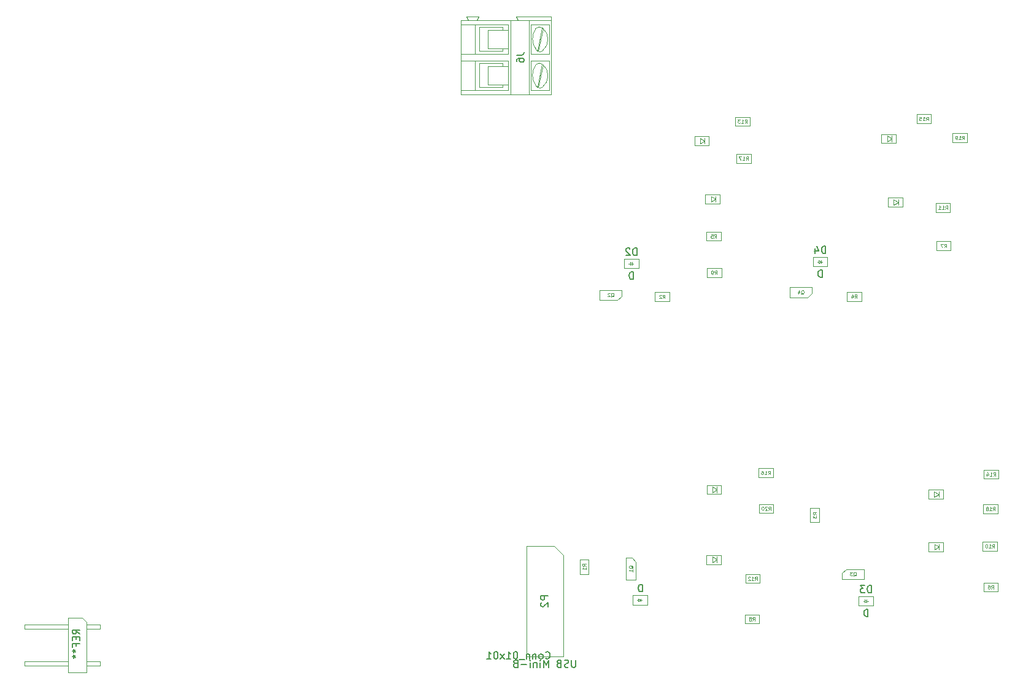
<source format=gbr>
G04 #@! TF.FileFunction,Other,Fab,Bot*
%FSLAX46Y46*%
G04 Gerber Fmt 4.6, Leading zero omitted, Abs format (unit mm)*
G04 Created by KiCad (PCBNEW 4.0.7-e2-6376~61~ubuntu18.04.1) date Mon Nov 26 07:37:29 2018*
%MOMM*%
%LPD*%
G01*
G04 APERTURE LIST*
%ADD10C,0.100000*%
%ADD11C,0.150000*%
%ADD12C,0.075000*%
G04 APERTURE END LIST*
D10*
X119625000Y-123290000D02*
X117720000Y-123290000D01*
X117720000Y-123290000D02*
X117720000Y-130790000D01*
X117720000Y-130833800D02*
X120260000Y-130833800D01*
X120260000Y-130790000D02*
X120260000Y-123925000D01*
X120260000Y-123925000D02*
X119625000Y-123290000D01*
X122080000Y-124240000D02*
X120260000Y-124240000D01*
X122080000Y-124240000D02*
X122080000Y-124880000D01*
X122080000Y-124880000D02*
X120260000Y-124880000D01*
X117720000Y-124240000D02*
X111720000Y-124240000D01*
X111720000Y-124240000D02*
X111720000Y-124880000D01*
X117720000Y-124880000D02*
X111720000Y-124880000D01*
X122080000Y-129320000D02*
X120260000Y-129320000D01*
X122080000Y-129320000D02*
X122080000Y-129960000D01*
X122080000Y-129960000D02*
X120260000Y-129960000D01*
X117720000Y-129320000D02*
X111720000Y-129320000D01*
X111720000Y-129320000D02*
X111720000Y-129960000D01*
X117720000Y-129960000D02*
X111720000Y-129960000D01*
X184740000Y-113400000D02*
X180930000Y-113400000D01*
X180930000Y-113400000D02*
X180930000Y-128640000D01*
X180930000Y-128640000D02*
X186010000Y-128640000D01*
X186010000Y-128640000D02*
X186010000Y-114670000D01*
X186010000Y-114670000D02*
X184740000Y-113400000D01*
X175600200Y-49749500D02*
X175600200Y-47209500D01*
X175600200Y-47209500D02*
X178390200Y-47209500D01*
X178390200Y-49749500D02*
X178390200Y-47209500D01*
X175600200Y-49749500D02*
X178390200Y-49749500D01*
X175600200Y-44749500D02*
X175600200Y-42209500D01*
X175600200Y-42209500D02*
X178390200Y-42209500D01*
X178390200Y-44749500D02*
X178390200Y-42209500D01*
X175600200Y-44749500D02*
X178390200Y-44749500D01*
X184360200Y-40879500D02*
X181310200Y-40879500D01*
X184360200Y-40879500D02*
X184360200Y-51069500D01*
X184360200Y-40879500D02*
X184360200Y-40379500D01*
X184360200Y-40379500D02*
X179540200Y-40379500D01*
X179540200Y-40379500D02*
X179790200Y-40879500D01*
X172680200Y-40379500D02*
X172930200Y-40879500D01*
X172930200Y-40879500D02*
X171920200Y-40879500D01*
X174330200Y-40379500D02*
X174080200Y-40879500D01*
X174080200Y-40879500D02*
X172930200Y-40879500D01*
X174330200Y-40379500D02*
X172680200Y-40379500D01*
X171920200Y-45509500D02*
X173820200Y-45509500D01*
X178390200Y-41439500D02*
X173820200Y-41439500D01*
X171920200Y-45509500D02*
X171920200Y-41439500D01*
X171920200Y-41439500D02*
X171920200Y-40879500D01*
X171920200Y-46449500D02*
X173820200Y-46449500D01*
X171920200Y-46449500D02*
X171920200Y-45509500D01*
X178390200Y-50509500D02*
X173820200Y-50509500D01*
X171920200Y-51069500D02*
X171920200Y-50509500D01*
X171920200Y-50509500D02*
X171920200Y-46449500D01*
X173820200Y-45509500D02*
X173820200Y-41439500D01*
X173820200Y-45509500D02*
X178390200Y-45509500D01*
X173820200Y-41439500D02*
X171920200Y-41439500D01*
X173820200Y-46449500D02*
X173820200Y-50509500D01*
X173820200Y-46449500D02*
X178390200Y-46449500D01*
X173820200Y-50509500D02*
X171920200Y-50509500D01*
X174460200Y-41819500D02*
X177630200Y-41819500D01*
X174460200Y-41819500D02*
X174460200Y-45129500D01*
X174460200Y-45129500D02*
X177630200Y-45129500D01*
X174460200Y-46829500D02*
X177630200Y-46829500D01*
X174460200Y-46829500D02*
X174460200Y-50129500D01*
X174460200Y-50129500D02*
X177630200Y-50129500D01*
X177630200Y-50129500D02*
X177630200Y-49749500D01*
X177630200Y-46829500D02*
X177630200Y-47209500D01*
X177630200Y-45129500D02*
X177630200Y-44749500D01*
X177630200Y-41819500D02*
X177630200Y-42209500D01*
X171920200Y-51069500D02*
X178780200Y-51069500D01*
X178780200Y-51069500D02*
X181310200Y-51069500D01*
X179790200Y-40879500D02*
X178780200Y-40879500D01*
X178780200Y-40879500D02*
X174080200Y-40879500D01*
X181310200Y-51069500D02*
X181310200Y-40879500D01*
X181310200Y-51069500D02*
X184360200Y-51069500D01*
X181310200Y-40879500D02*
X179790200Y-40879500D01*
X181570200Y-45509500D02*
X184110200Y-45509500D01*
X184110200Y-45509500D02*
X184110200Y-41439500D01*
X184110200Y-41439500D02*
X181570200Y-41439500D01*
X181570200Y-41439500D02*
X181570200Y-45509500D01*
X181570200Y-46449500D02*
X184110200Y-46449500D01*
X181570200Y-46449500D02*
X181570200Y-50509500D01*
X181570200Y-50509500D02*
X184110200Y-50509500D01*
X184110200Y-46449500D02*
X184110200Y-50509500D01*
X182590200Y-45099500D02*
X183220200Y-42049500D01*
X182460200Y-44969500D02*
X183090200Y-41929500D01*
X182590200Y-50109500D02*
X183220200Y-47049500D01*
X182460200Y-49979500D02*
X183090200Y-46929500D01*
X178390200Y-50509500D02*
X178390200Y-50129500D01*
X178390200Y-46449500D02*
X178390200Y-46829500D01*
X178390200Y-46829500D02*
X178390200Y-50129500D01*
X178780200Y-51069500D02*
X178780200Y-50129500D01*
X178780200Y-50129500D02*
X178780200Y-46829500D01*
X178780200Y-46829500D02*
X178780200Y-45129500D01*
X178780200Y-40879500D02*
X178780200Y-41819500D01*
X178780200Y-41819500D02*
X178780200Y-45129500D01*
X178390200Y-41439500D02*
X178390200Y-41819500D01*
X178390200Y-45509500D02*
X178390200Y-45129500D01*
X178390200Y-45129500D02*
X178390200Y-41819500D01*
X182216205Y-42003968D02*
G75*
G02X183190200Y-41949500I513995J-455532D01*
G01*
X182308463Y-44941833D02*
G75*
G02X182260200Y-41959500I1901737J1522333D01*
G01*
X183201887Y-41951261D02*
G75*
G02X183140200Y-45099500I-1351687J-1548239D01*
G01*
X183198899Y-45052472D02*
G75*
G02X182270200Y-44909500I-408699J432972D01*
G01*
X182226204Y-47003880D02*
G75*
G02X183190200Y-46959500I503996J-455620D01*
G01*
X182298782Y-49949329D02*
G75*
G02X182260200Y-46959500I1911418J1519829D01*
G01*
X183211734Y-46949524D02*
G75*
G02X183140200Y-50109500I-1361534J-1549976D01*
G01*
X183198899Y-50052472D02*
G75*
G02X182270200Y-49909500I-408699J432972D01*
G01*
X196053780Y-115588640D02*
X196053780Y-118038640D01*
X195503780Y-115018640D02*
X194653780Y-115018640D01*
X196053780Y-115588640D02*
X195503780Y-115018640D01*
X194653780Y-115018640D02*
X194653780Y-118058640D01*
X196053780Y-118058640D02*
X194653780Y-118058640D01*
X225050000Y-116600000D02*
X227500000Y-116600000D01*
X224480000Y-117150000D02*
X224480000Y-118000000D01*
X225050000Y-116600000D02*
X224480000Y-117150000D01*
X224480000Y-118000000D02*
X227520000Y-118000000D01*
X227520000Y-116600000D02*
X227520000Y-118000000D01*
X193507240Y-79473920D02*
X191057240Y-79473920D01*
X194077240Y-78923920D02*
X194077240Y-78073920D01*
X193507240Y-79473920D02*
X194077240Y-78923920D01*
X194077240Y-78073920D02*
X191037240Y-78073920D01*
X191037240Y-79473920D02*
X191037240Y-78073920D01*
X219737820Y-79090380D02*
X217287820Y-79090380D01*
X220307820Y-78540380D02*
X220307820Y-77690380D01*
X219737820Y-79090380D02*
X220307820Y-78540380D01*
X220307820Y-77690380D02*
X217267820Y-77690380D01*
X217267820Y-79090380D02*
X217267820Y-77690380D01*
X196393300Y-120869340D02*
X196193300Y-120869340D01*
X196693300Y-120869340D02*
X196893300Y-120869340D01*
X196693300Y-120669340D02*
X196693300Y-121069340D01*
X196393300Y-121069340D02*
X196393300Y-120669340D01*
X196693300Y-120869340D02*
X196393300Y-121069340D01*
X196393300Y-120669340D02*
X196693300Y-120869340D01*
X197593300Y-121519340D02*
X197593300Y-120219340D01*
X195593300Y-121519340D02*
X197593300Y-121519340D01*
X195593300Y-120219340D02*
X195593300Y-121519340D01*
X197593300Y-120219340D02*
X195593300Y-120219340D01*
X195222360Y-74453380D02*
X195022360Y-74453380D01*
X195522360Y-74453380D02*
X195722360Y-74453380D01*
X195522360Y-74253380D02*
X195522360Y-74653380D01*
X195222360Y-74653380D02*
X195222360Y-74253380D01*
X195522360Y-74453380D02*
X195222360Y-74653380D01*
X195222360Y-74253380D02*
X195522360Y-74453380D01*
X196422360Y-75103380D02*
X196422360Y-73803380D01*
X194422360Y-75103380D02*
X196422360Y-75103380D01*
X194422360Y-73803380D02*
X194422360Y-75103380D01*
X196422360Y-73803380D02*
X194422360Y-73803380D01*
X227597200Y-121009040D02*
X227397200Y-121009040D01*
X227897200Y-121009040D02*
X228097200Y-121009040D01*
X227897200Y-120809040D02*
X227897200Y-121209040D01*
X227597200Y-121209040D02*
X227597200Y-120809040D01*
X227897200Y-121009040D02*
X227597200Y-121209040D01*
X227597200Y-120809040D02*
X227897200Y-121009040D01*
X228797200Y-121659040D02*
X228797200Y-120359040D01*
X226797200Y-121659040D02*
X228797200Y-121659040D01*
X226797200Y-120359040D02*
X226797200Y-121659040D01*
X228797200Y-120359040D02*
X226797200Y-120359040D01*
X221272600Y-74189220D02*
X221072600Y-74189220D01*
X221572600Y-74189220D02*
X221772600Y-74189220D01*
X221572600Y-73989220D02*
X221572600Y-74389220D01*
X221272600Y-74389220D02*
X221272600Y-73989220D01*
X221572600Y-74189220D02*
X221272600Y-74389220D01*
X221272600Y-73989220D02*
X221572600Y-74189220D01*
X222472600Y-74839220D02*
X222472600Y-73539220D01*
X220472600Y-74839220D02*
X222472600Y-74839220D01*
X220472600Y-73539220D02*
X220472600Y-74839220D01*
X222472600Y-73539220D02*
X220472600Y-73539220D01*
X207200000Y-114900000D02*
X207200000Y-115700000D01*
X207200000Y-115300000D02*
X206600000Y-114900000D01*
X206600000Y-115700000D02*
X207200000Y-115300000D01*
X206600000Y-114900000D02*
X206600000Y-115700000D01*
X207800000Y-115920000D02*
X207800000Y-114680000D01*
X205800000Y-115920000D02*
X207800000Y-115920000D01*
X205800000Y-114680000D02*
X205800000Y-115920000D01*
X207800000Y-114680000D02*
X205800000Y-114680000D01*
X207018680Y-65135440D02*
X207018680Y-65935440D01*
X207018680Y-65535440D02*
X206418680Y-65135440D01*
X206418680Y-65935440D02*
X207018680Y-65535440D01*
X206418680Y-65135440D02*
X206418680Y-65935440D01*
X207618680Y-66155440D02*
X207618680Y-64915440D01*
X205618680Y-66155440D02*
X207618680Y-66155440D01*
X205618680Y-64915440D02*
X205618680Y-66155440D01*
X207618680Y-64915440D02*
X205618680Y-64915440D01*
X237851740Y-113138900D02*
X237851740Y-113938900D01*
X237851740Y-113538900D02*
X237251740Y-113138900D01*
X237251740Y-113938900D02*
X237851740Y-113538900D01*
X237251740Y-113138900D02*
X237251740Y-113938900D01*
X238451740Y-114158900D02*
X238451740Y-112918900D01*
X236451740Y-114158900D02*
X238451740Y-114158900D01*
X236451740Y-112918900D02*
X236451740Y-114158900D01*
X238451740Y-112918900D02*
X236451740Y-112918900D01*
X232220560Y-65582480D02*
X232220560Y-66382480D01*
X232220560Y-65982480D02*
X231620560Y-65582480D01*
X231620560Y-66382480D02*
X232220560Y-65982480D01*
X231620560Y-65582480D02*
X231620560Y-66382480D01*
X232820560Y-66602480D02*
X232820560Y-65362480D01*
X230820560Y-66602480D02*
X232820560Y-66602480D01*
X230820560Y-65362480D02*
X230820560Y-66602480D01*
X232820560Y-65362480D02*
X230820560Y-65362480D01*
X207229500Y-105224260D02*
X207229500Y-106024260D01*
X207229500Y-105624260D02*
X206629500Y-105224260D01*
X206629500Y-106024260D02*
X207229500Y-105624260D01*
X206629500Y-105224260D02*
X206629500Y-106024260D01*
X207829500Y-106244260D02*
X207829500Y-105004260D01*
X205829500Y-106244260D02*
X207829500Y-106244260D01*
X205829500Y-105004260D02*
X205829500Y-106244260D01*
X207829500Y-105004260D02*
X205829500Y-105004260D01*
X205515000Y-57119200D02*
X205515000Y-57919200D01*
X205515000Y-57519200D02*
X204915000Y-57119200D01*
X204915000Y-57919200D02*
X205515000Y-57519200D01*
X204915000Y-57119200D02*
X204915000Y-57919200D01*
X206115000Y-58139200D02*
X206115000Y-56899200D01*
X204115000Y-58139200D02*
X206115000Y-58139200D01*
X204115000Y-56899200D02*
X204115000Y-58139200D01*
X206115000Y-56899200D02*
X204115000Y-56899200D01*
X237811100Y-105869420D02*
X237811100Y-106669420D01*
X237811100Y-106269420D02*
X237211100Y-105869420D01*
X237211100Y-106669420D02*
X237811100Y-106269420D01*
X237211100Y-105869420D02*
X237211100Y-106669420D01*
X238411100Y-106889420D02*
X238411100Y-105649420D01*
X236411100Y-106889420D02*
X238411100Y-106889420D01*
X236411100Y-105649420D02*
X236411100Y-106889420D01*
X238411100Y-105649420D02*
X236411100Y-105649420D01*
X231326480Y-56809320D02*
X231326480Y-57609320D01*
X231326480Y-57209320D02*
X230726480Y-56809320D01*
X230726480Y-57609320D02*
X231326480Y-57209320D01*
X230726480Y-56809320D02*
X230726480Y-57609320D01*
X231926480Y-57829320D02*
X231926480Y-56589320D01*
X229926480Y-57829320D02*
X231926480Y-57829320D01*
X229926480Y-56589320D02*
X229926480Y-57829320D01*
X231926480Y-56589320D02*
X229926480Y-56589320D01*
X207786320Y-71296400D02*
X207786320Y-70056400D01*
X205786320Y-71296400D02*
X207786320Y-71296400D01*
X205786320Y-70056400D02*
X205786320Y-71296400D01*
X207786320Y-70056400D02*
X205786320Y-70056400D01*
X243893940Y-112824920D02*
X243893940Y-114064920D01*
X245893940Y-112824920D02*
X243893940Y-112824920D01*
X245893940Y-114064920D02*
X245893940Y-112824920D01*
X243893940Y-114064920D02*
X245893940Y-114064920D01*
X211150800Y-117302940D02*
X211150800Y-118542940D01*
X213150800Y-117302940D02*
X211150800Y-117302940D01*
X213150800Y-118542940D02*
X213150800Y-117302940D01*
X211150800Y-118542940D02*
X213150800Y-118542940D01*
X237414400Y-66119400D02*
X237414400Y-67359400D01*
X239414400Y-66119400D02*
X237414400Y-66119400D01*
X239414400Y-67359400D02*
X239414400Y-66119400D01*
X237414400Y-67359400D02*
X239414400Y-67359400D01*
X207842200Y-76325600D02*
X207842200Y-75085600D01*
X205842200Y-76325600D02*
X207842200Y-76325600D01*
X205842200Y-75085600D02*
X205842200Y-76325600D01*
X207842200Y-75085600D02*
X205842200Y-75085600D01*
X244003160Y-118466260D02*
X244003160Y-119706260D01*
X246003160Y-118466260D02*
X244003160Y-118466260D01*
X246003160Y-119706260D02*
X246003160Y-118466260D01*
X244003160Y-119706260D02*
X246003160Y-119706260D01*
X211066980Y-122890940D02*
X211066980Y-124130940D01*
X213066980Y-122890940D02*
X211066980Y-122890940D01*
X213066980Y-124130940D02*
X213066980Y-122890940D01*
X211066980Y-124130940D02*
X213066980Y-124130940D01*
X237490600Y-71377200D02*
X237490600Y-72617200D01*
X239490600Y-71377200D02*
X237490600Y-71377200D01*
X239490600Y-72617200D02*
X239490600Y-71377200D01*
X237490600Y-72617200D02*
X239490600Y-72617200D01*
X209900000Y-59330000D02*
X209900000Y-60570000D01*
X211900000Y-59330000D02*
X209900000Y-59330000D01*
X211900000Y-60570000D02*
X211900000Y-59330000D01*
X209900000Y-60570000D02*
X211900000Y-60570000D01*
X244041260Y-102883360D02*
X244041260Y-104123360D01*
X246041260Y-102883360D02*
X244041260Y-102883360D01*
X246041260Y-104123360D02*
X246041260Y-102883360D01*
X244041260Y-104123360D02*
X246041260Y-104123360D01*
X239750000Y-56480000D02*
X239750000Y-57720000D01*
X241750000Y-56480000D02*
X239750000Y-56480000D01*
X241750000Y-57720000D02*
X241750000Y-56480000D01*
X239750000Y-57720000D02*
X241750000Y-57720000D01*
X209750000Y-54205000D02*
X209750000Y-55445000D01*
X211750000Y-54205000D02*
X209750000Y-54205000D01*
X211750000Y-55445000D02*
X211750000Y-54205000D01*
X209750000Y-55445000D02*
X211750000Y-55445000D01*
X243965060Y-107683960D02*
X243965060Y-108923960D01*
X245965060Y-107683960D02*
X243965060Y-107683960D01*
X245965060Y-108923960D02*
X245965060Y-107683960D01*
X243965060Y-108923960D02*
X245965060Y-108923960D01*
X213025000Y-107630000D02*
X213025000Y-108870000D01*
X215025000Y-107630000D02*
X213025000Y-107630000D01*
X215025000Y-108870000D02*
X215025000Y-107630000D01*
X213025000Y-108870000D02*
X215025000Y-108870000D01*
X236775000Y-55095000D02*
X236775000Y-53855000D01*
X234775000Y-55095000D02*
X236775000Y-55095000D01*
X234775000Y-53855000D02*
X234775000Y-55095000D01*
X236775000Y-53855000D02*
X234775000Y-53855000D01*
X189524720Y-115274480D02*
X188284720Y-115274480D01*
X189524720Y-117274480D02*
X189524720Y-115274480D01*
X188284720Y-117274480D02*
X189524720Y-117274480D01*
X188284720Y-115274480D02*
X188284720Y-117274480D01*
X221348380Y-108149780D02*
X220108380Y-108149780D01*
X221348380Y-110149780D02*
X221348380Y-108149780D01*
X220108380Y-110149780D02*
X221348380Y-110149780D01*
X220108380Y-108149780D02*
X220108380Y-110149780D01*
X200661620Y-79650460D02*
X200661620Y-78410460D01*
X198661620Y-79650460D02*
X200661620Y-79650460D01*
X198661620Y-78410460D02*
X198661620Y-79650460D01*
X200661620Y-78410460D02*
X198661620Y-78410460D01*
X227146200Y-79602200D02*
X227146200Y-78362200D01*
X225146200Y-79602200D02*
X227146200Y-79602200D01*
X225146200Y-78362200D02*
X225146200Y-79602200D01*
X227146200Y-78362200D02*
X225146200Y-78362200D01*
X212954200Y-102705560D02*
X212954200Y-103945560D01*
X214954200Y-102705560D02*
X212954200Y-102705560D01*
X214954200Y-103945560D02*
X214954200Y-102705560D01*
X212954200Y-103945560D02*
X214954200Y-103945560D01*
D11*
X119316781Y-125563467D02*
X118840590Y-125230133D01*
X119316781Y-124992038D02*
X118316781Y-124992038D01*
X118316781Y-125372991D01*
X118364400Y-125468229D01*
X118412019Y-125515848D01*
X118507257Y-125563467D01*
X118650114Y-125563467D01*
X118745352Y-125515848D01*
X118792971Y-125468229D01*
X118840590Y-125372991D01*
X118840590Y-124992038D01*
X118792971Y-125992038D02*
X118792971Y-126325372D01*
X119316781Y-126468229D02*
X119316781Y-125992038D01*
X118316781Y-125992038D01*
X118316781Y-126468229D01*
X118792971Y-127230134D02*
X118792971Y-126896800D01*
X119316781Y-126896800D02*
X118316781Y-126896800D01*
X118316781Y-127372991D01*
X118316781Y-127896800D02*
X118554876Y-127896800D01*
X118459638Y-127658705D02*
X118554876Y-127896800D01*
X118459638Y-128134896D01*
X118745352Y-127753943D02*
X118554876Y-127896800D01*
X118745352Y-128039658D01*
X118316781Y-128658705D02*
X118554876Y-128658705D01*
X118459638Y-128420610D02*
X118554876Y-128658705D01*
X118459638Y-128896801D01*
X118745352Y-128515848D02*
X118554876Y-128658705D01*
X118745352Y-128801563D01*
X183578095Y-128907143D02*
X183625714Y-128954762D01*
X183768571Y-129002381D01*
X183863809Y-129002381D01*
X184006667Y-128954762D01*
X184101905Y-128859524D01*
X184149524Y-128764286D01*
X184197143Y-128573810D01*
X184197143Y-128430952D01*
X184149524Y-128240476D01*
X184101905Y-128145238D01*
X184006667Y-128050000D01*
X183863809Y-128002381D01*
X183768571Y-128002381D01*
X183625714Y-128050000D01*
X183578095Y-128097619D01*
X183006667Y-129002381D02*
X183101905Y-128954762D01*
X183149524Y-128907143D01*
X183197143Y-128811905D01*
X183197143Y-128526190D01*
X183149524Y-128430952D01*
X183101905Y-128383333D01*
X183006667Y-128335714D01*
X182863809Y-128335714D01*
X182768571Y-128383333D01*
X182720952Y-128430952D01*
X182673333Y-128526190D01*
X182673333Y-128811905D01*
X182720952Y-128907143D01*
X182768571Y-128954762D01*
X182863809Y-129002381D01*
X183006667Y-129002381D01*
X182244762Y-128335714D02*
X182244762Y-129002381D01*
X182244762Y-128430952D02*
X182197143Y-128383333D01*
X182101905Y-128335714D01*
X181959047Y-128335714D01*
X181863809Y-128383333D01*
X181816190Y-128478571D01*
X181816190Y-129002381D01*
X181340000Y-128335714D02*
X181340000Y-129002381D01*
X181340000Y-128430952D02*
X181292381Y-128383333D01*
X181197143Y-128335714D01*
X181054285Y-128335714D01*
X180959047Y-128383333D01*
X180911428Y-128478571D01*
X180911428Y-129002381D01*
X180673333Y-129097619D02*
X179911428Y-129097619D01*
X179482857Y-128002381D02*
X179387618Y-128002381D01*
X179292380Y-128050000D01*
X179244761Y-128097619D01*
X179197142Y-128192857D01*
X179149523Y-128383333D01*
X179149523Y-128621429D01*
X179197142Y-128811905D01*
X179244761Y-128907143D01*
X179292380Y-128954762D01*
X179387618Y-129002381D01*
X179482857Y-129002381D01*
X179578095Y-128954762D01*
X179625714Y-128907143D01*
X179673333Y-128811905D01*
X179720952Y-128621429D01*
X179720952Y-128383333D01*
X179673333Y-128192857D01*
X179625714Y-128097619D01*
X179578095Y-128050000D01*
X179482857Y-128002381D01*
X178197142Y-129002381D02*
X178768571Y-129002381D01*
X178482857Y-129002381D02*
X178482857Y-128002381D01*
X178578095Y-128145238D01*
X178673333Y-128240476D01*
X178768571Y-128288095D01*
X177863809Y-129002381D02*
X177339999Y-128335714D01*
X177863809Y-128335714D02*
X177339999Y-129002381D01*
X176768571Y-128002381D02*
X176673332Y-128002381D01*
X176578094Y-128050000D01*
X176530475Y-128097619D01*
X176482856Y-128192857D01*
X176435237Y-128383333D01*
X176435237Y-128621429D01*
X176482856Y-128811905D01*
X176530475Y-128907143D01*
X176578094Y-128954762D01*
X176673332Y-129002381D01*
X176768571Y-129002381D01*
X176863809Y-128954762D01*
X176911428Y-128907143D01*
X176959047Y-128811905D01*
X177006666Y-128621429D01*
X177006666Y-128383333D01*
X176959047Y-128192857D01*
X176911428Y-128097619D01*
X176863809Y-128050000D01*
X176768571Y-128002381D01*
X175482856Y-129002381D02*
X176054285Y-129002381D01*
X175768571Y-129002381D02*
X175768571Y-128002381D01*
X175863809Y-128145238D01*
X175959047Y-128240476D01*
X176054285Y-128288095D01*
X187731904Y-129152381D02*
X187731904Y-129961905D01*
X187684285Y-130057143D01*
X187636666Y-130104762D01*
X187541428Y-130152381D01*
X187350951Y-130152381D01*
X187255713Y-130104762D01*
X187208094Y-130057143D01*
X187160475Y-129961905D01*
X187160475Y-129152381D01*
X186731904Y-130104762D02*
X186589047Y-130152381D01*
X186350951Y-130152381D01*
X186255713Y-130104762D01*
X186208094Y-130057143D01*
X186160475Y-129961905D01*
X186160475Y-129866667D01*
X186208094Y-129771429D01*
X186255713Y-129723810D01*
X186350951Y-129676190D01*
X186541428Y-129628571D01*
X186636666Y-129580952D01*
X186684285Y-129533333D01*
X186731904Y-129438095D01*
X186731904Y-129342857D01*
X186684285Y-129247619D01*
X186636666Y-129200000D01*
X186541428Y-129152381D01*
X186303332Y-129152381D01*
X186160475Y-129200000D01*
X185398570Y-129628571D02*
X185255713Y-129676190D01*
X185208094Y-129723810D01*
X185160475Y-129819048D01*
X185160475Y-129961905D01*
X185208094Y-130057143D01*
X185255713Y-130104762D01*
X185350951Y-130152381D01*
X185731904Y-130152381D01*
X185731904Y-129152381D01*
X185398570Y-129152381D01*
X185303332Y-129200000D01*
X185255713Y-129247619D01*
X185208094Y-129342857D01*
X185208094Y-129438095D01*
X185255713Y-129533333D01*
X185303332Y-129580952D01*
X185398570Y-129628571D01*
X185731904Y-129628571D01*
X183969999Y-130152381D02*
X183969999Y-129152381D01*
X183636665Y-129866667D01*
X183303332Y-129152381D01*
X183303332Y-130152381D01*
X182827142Y-130152381D02*
X182827142Y-129485714D01*
X182827142Y-129152381D02*
X182874761Y-129200000D01*
X182827142Y-129247619D01*
X182779523Y-129200000D01*
X182827142Y-129152381D01*
X182827142Y-129247619D01*
X182350952Y-129485714D02*
X182350952Y-130152381D01*
X182350952Y-129580952D02*
X182303333Y-129533333D01*
X182208095Y-129485714D01*
X182065237Y-129485714D01*
X181969999Y-129533333D01*
X181922380Y-129628571D01*
X181922380Y-130152381D01*
X181446190Y-130152381D02*
X181446190Y-129485714D01*
X181446190Y-129152381D02*
X181493809Y-129200000D01*
X181446190Y-129247619D01*
X181398571Y-129200000D01*
X181446190Y-129152381D01*
X181446190Y-129247619D01*
X180970000Y-129771429D02*
X180208095Y-129771429D01*
X179398571Y-129628571D02*
X179255714Y-129676190D01*
X179208095Y-129723810D01*
X179160476Y-129819048D01*
X179160476Y-129961905D01*
X179208095Y-130057143D01*
X179255714Y-130104762D01*
X179350952Y-130152381D01*
X179731905Y-130152381D01*
X179731905Y-129152381D01*
X179398571Y-129152381D01*
X179303333Y-129200000D01*
X179255714Y-129247619D01*
X179208095Y-129342857D01*
X179208095Y-129438095D01*
X179255714Y-129533333D01*
X179303333Y-129580952D01*
X179398571Y-129628571D01*
X179731905Y-129628571D01*
X183922381Y-120281905D02*
X182922381Y-120281905D01*
X182922381Y-120662858D01*
X182970000Y-120758096D01*
X183017619Y-120805715D01*
X183112857Y-120853334D01*
X183255714Y-120853334D01*
X183350952Y-120805715D01*
X183398571Y-120758096D01*
X183446190Y-120662858D01*
X183446190Y-120281905D01*
X183017619Y-121234286D02*
X182970000Y-121281905D01*
X182922381Y-121377143D01*
X182922381Y-121615239D01*
X182970000Y-121710477D01*
X183017619Y-121758096D01*
X183112857Y-121805715D01*
X183208095Y-121805715D01*
X183350952Y-121758096D01*
X183922381Y-121186667D01*
X183922381Y-121805715D01*
X179592581Y-45656167D02*
X180306867Y-45656167D01*
X180449724Y-45608547D01*
X180544962Y-45513309D01*
X180592581Y-45370452D01*
X180592581Y-45275214D01*
X179592581Y-46560929D02*
X179592581Y-46370452D01*
X179640200Y-46275214D01*
X179687819Y-46227595D01*
X179830676Y-46132357D01*
X180021152Y-46084738D01*
X180402105Y-46084738D01*
X180497343Y-46132357D01*
X180544962Y-46179976D01*
X180592581Y-46275214D01*
X180592581Y-46465691D01*
X180544962Y-46560929D01*
X180497343Y-46608548D01*
X180402105Y-46656167D01*
X180164010Y-46656167D01*
X180068771Y-46608548D01*
X180021152Y-46560929D01*
X179973533Y-46465691D01*
X179973533Y-46275214D01*
X180021152Y-46179976D01*
X180068771Y-46132357D01*
X180164010Y-46084738D01*
D12*
X195627590Y-116491021D02*
X195603780Y-116443402D01*
X195556161Y-116395783D01*
X195484732Y-116324354D01*
X195460923Y-116276735D01*
X195460923Y-116229116D01*
X195579970Y-116252926D02*
X195556161Y-116205307D01*
X195508542Y-116157688D01*
X195413304Y-116133878D01*
X195246637Y-116133878D01*
X195151399Y-116157688D01*
X195103780Y-116205307D01*
X195079970Y-116252926D01*
X195079970Y-116348164D01*
X195103780Y-116395783D01*
X195151399Y-116443402D01*
X195246637Y-116467211D01*
X195413304Y-116467211D01*
X195508542Y-116443402D01*
X195556161Y-116395783D01*
X195579970Y-116348164D01*
X195579970Y-116252926D01*
X195579970Y-116943402D02*
X195579970Y-116657688D01*
X195579970Y-116800545D02*
X195079970Y-116800545D01*
X195151399Y-116752926D01*
X195199018Y-116705307D01*
X195222828Y-116657688D01*
X226047619Y-117573810D02*
X226095238Y-117550000D01*
X226142857Y-117502381D01*
X226214286Y-117430952D01*
X226261905Y-117407143D01*
X226309524Y-117407143D01*
X226285714Y-117526190D02*
X226333333Y-117502381D01*
X226380952Y-117454762D01*
X226404762Y-117359524D01*
X226404762Y-117192857D01*
X226380952Y-117097619D01*
X226333333Y-117050000D01*
X226285714Y-117026190D01*
X226190476Y-117026190D01*
X226142857Y-117050000D01*
X226095238Y-117097619D01*
X226071429Y-117192857D01*
X226071429Y-117359524D01*
X226095238Y-117454762D01*
X226142857Y-117502381D01*
X226190476Y-117526190D01*
X226285714Y-117526190D01*
X225904761Y-117026190D02*
X225595238Y-117026190D01*
X225761904Y-117216667D01*
X225690476Y-117216667D01*
X225642857Y-117240476D01*
X225619047Y-117264286D01*
X225595238Y-117311905D01*
X225595238Y-117430952D01*
X225619047Y-117478571D01*
X225642857Y-117502381D01*
X225690476Y-117526190D01*
X225833333Y-117526190D01*
X225880952Y-117502381D01*
X225904761Y-117478571D01*
X192604859Y-79047730D02*
X192652478Y-79023920D01*
X192700097Y-78976301D01*
X192771526Y-78904872D01*
X192819145Y-78881063D01*
X192866764Y-78881063D01*
X192842954Y-79000110D02*
X192890573Y-78976301D01*
X192938192Y-78928682D01*
X192962002Y-78833444D01*
X192962002Y-78666777D01*
X192938192Y-78571539D01*
X192890573Y-78523920D01*
X192842954Y-78500110D01*
X192747716Y-78500110D01*
X192700097Y-78523920D01*
X192652478Y-78571539D01*
X192628669Y-78666777D01*
X192628669Y-78833444D01*
X192652478Y-78928682D01*
X192700097Y-78976301D01*
X192747716Y-79000110D01*
X192842954Y-79000110D01*
X192438192Y-78547730D02*
X192414382Y-78523920D01*
X192366763Y-78500110D01*
X192247716Y-78500110D01*
X192200097Y-78523920D01*
X192176287Y-78547730D01*
X192152478Y-78595349D01*
X192152478Y-78642968D01*
X192176287Y-78714396D01*
X192462001Y-79000110D01*
X192152478Y-79000110D01*
X218835439Y-78664190D02*
X218883058Y-78640380D01*
X218930677Y-78592761D01*
X219002106Y-78521332D01*
X219049725Y-78497523D01*
X219097344Y-78497523D01*
X219073534Y-78616570D02*
X219121153Y-78592761D01*
X219168772Y-78545142D01*
X219192582Y-78449904D01*
X219192582Y-78283237D01*
X219168772Y-78187999D01*
X219121153Y-78140380D01*
X219073534Y-78116570D01*
X218978296Y-78116570D01*
X218930677Y-78140380D01*
X218883058Y-78187999D01*
X218859249Y-78283237D01*
X218859249Y-78449904D01*
X218883058Y-78545142D01*
X218930677Y-78592761D01*
X218978296Y-78616570D01*
X219073534Y-78616570D01*
X218430677Y-78283237D02*
X218430677Y-78616570D01*
X218549724Y-78092761D02*
X218668772Y-78449904D01*
X218359248Y-78449904D01*
D11*
X196931905Y-119722381D02*
X196931905Y-118722381D01*
X196693810Y-118722381D01*
X196550952Y-118770000D01*
X196455714Y-118865238D01*
X196408095Y-118960476D01*
X196360476Y-119150952D01*
X196360476Y-119293810D01*
X196408095Y-119484286D01*
X196455714Y-119579524D01*
X196550952Y-119674762D01*
X196693810Y-119722381D01*
X196931905Y-119722381D01*
X195684265Y-76605761D02*
X195684265Y-75605761D01*
X195446170Y-75605761D01*
X195303312Y-75653380D01*
X195208074Y-75748618D01*
X195160455Y-75843856D01*
X195112836Y-76034332D01*
X195112836Y-76177190D01*
X195160455Y-76367666D01*
X195208074Y-76462904D01*
X195303312Y-76558142D01*
X195446170Y-76605761D01*
X195684265Y-76605761D01*
X196160455Y-73305761D02*
X196160455Y-72305761D01*
X195922360Y-72305761D01*
X195779502Y-72353380D01*
X195684264Y-72448618D01*
X195636645Y-72543856D01*
X195589026Y-72734332D01*
X195589026Y-72877190D01*
X195636645Y-73067666D01*
X195684264Y-73162904D01*
X195779502Y-73258142D01*
X195922360Y-73305761D01*
X196160455Y-73305761D01*
X195208074Y-72400999D02*
X195160455Y-72353380D01*
X195065217Y-72305761D01*
X194827121Y-72305761D01*
X194731883Y-72353380D01*
X194684264Y-72400999D01*
X194636645Y-72496237D01*
X194636645Y-72591475D01*
X194684264Y-72734332D01*
X195255693Y-73305761D01*
X194636645Y-73305761D01*
X228059105Y-123161421D02*
X228059105Y-122161421D01*
X227821010Y-122161421D01*
X227678152Y-122209040D01*
X227582914Y-122304278D01*
X227535295Y-122399516D01*
X227487676Y-122589992D01*
X227487676Y-122732850D01*
X227535295Y-122923326D01*
X227582914Y-123018564D01*
X227678152Y-123113802D01*
X227821010Y-123161421D01*
X228059105Y-123161421D01*
X228535295Y-119861421D02*
X228535295Y-118861421D01*
X228297200Y-118861421D01*
X228154342Y-118909040D01*
X228059104Y-119004278D01*
X228011485Y-119099516D01*
X227963866Y-119289992D01*
X227963866Y-119432850D01*
X228011485Y-119623326D01*
X228059104Y-119718564D01*
X228154342Y-119813802D01*
X228297200Y-119861421D01*
X228535295Y-119861421D01*
X227630533Y-118861421D02*
X227011485Y-118861421D01*
X227344819Y-119242373D01*
X227201961Y-119242373D01*
X227106723Y-119289992D01*
X227059104Y-119337611D01*
X227011485Y-119432850D01*
X227011485Y-119670945D01*
X227059104Y-119766183D01*
X227106723Y-119813802D01*
X227201961Y-119861421D01*
X227487676Y-119861421D01*
X227582914Y-119813802D01*
X227630533Y-119766183D01*
X221734505Y-76341601D02*
X221734505Y-75341601D01*
X221496410Y-75341601D01*
X221353552Y-75389220D01*
X221258314Y-75484458D01*
X221210695Y-75579696D01*
X221163076Y-75770172D01*
X221163076Y-75913030D01*
X221210695Y-76103506D01*
X221258314Y-76198744D01*
X221353552Y-76293982D01*
X221496410Y-76341601D01*
X221734505Y-76341601D01*
X222210695Y-73041601D02*
X222210695Y-72041601D01*
X221972600Y-72041601D01*
X221829742Y-72089220D01*
X221734504Y-72184458D01*
X221686885Y-72279696D01*
X221639266Y-72470172D01*
X221639266Y-72613030D01*
X221686885Y-72803506D01*
X221734504Y-72898744D01*
X221829742Y-72993982D01*
X221972600Y-73041601D01*
X222210695Y-73041601D01*
X220782123Y-72374934D02*
X220782123Y-73041601D01*
X221020219Y-71993982D02*
X221258314Y-72708268D01*
X220639266Y-72708268D01*
D12*
X206869653Y-70902590D02*
X207036320Y-70664495D01*
X207155367Y-70902590D02*
X207155367Y-70402590D01*
X206964891Y-70402590D01*
X206917272Y-70426400D01*
X206893463Y-70450210D01*
X206869653Y-70497829D01*
X206869653Y-70569257D01*
X206893463Y-70616876D01*
X206917272Y-70640686D01*
X206964891Y-70664495D01*
X207155367Y-70664495D01*
X206417272Y-70402590D02*
X206655367Y-70402590D01*
X206679177Y-70640686D01*
X206655367Y-70616876D01*
X206607748Y-70593067D01*
X206488701Y-70593067D01*
X206441082Y-70616876D01*
X206417272Y-70640686D01*
X206393463Y-70688305D01*
X206393463Y-70807352D01*
X206417272Y-70854971D01*
X206441082Y-70878781D01*
X206488701Y-70902590D01*
X206607748Y-70902590D01*
X206655367Y-70878781D01*
X206679177Y-70854971D01*
X245215368Y-113671110D02*
X245382035Y-113433015D01*
X245501082Y-113671110D02*
X245501082Y-113171110D01*
X245310606Y-113171110D01*
X245262987Y-113194920D01*
X245239178Y-113218730D01*
X245215368Y-113266349D01*
X245215368Y-113337777D01*
X245239178Y-113385396D01*
X245262987Y-113409206D01*
X245310606Y-113433015D01*
X245501082Y-113433015D01*
X244739178Y-113671110D02*
X245024892Y-113671110D01*
X244882035Y-113671110D02*
X244882035Y-113171110D01*
X244929654Y-113242539D01*
X244977273Y-113290158D01*
X245024892Y-113313968D01*
X244429654Y-113171110D02*
X244382035Y-113171110D01*
X244334416Y-113194920D01*
X244310607Y-113218730D01*
X244286797Y-113266349D01*
X244262988Y-113361587D01*
X244262988Y-113480634D01*
X244286797Y-113575872D01*
X244310607Y-113623491D01*
X244334416Y-113647301D01*
X244382035Y-113671110D01*
X244429654Y-113671110D01*
X244477273Y-113647301D01*
X244501083Y-113623491D01*
X244524892Y-113575872D01*
X244548702Y-113480634D01*
X244548702Y-113361587D01*
X244524892Y-113266349D01*
X244501083Y-113218730D01*
X244477273Y-113194920D01*
X244429654Y-113171110D01*
X212472228Y-118149130D02*
X212638895Y-117911035D01*
X212757942Y-118149130D02*
X212757942Y-117649130D01*
X212567466Y-117649130D01*
X212519847Y-117672940D01*
X212496038Y-117696750D01*
X212472228Y-117744369D01*
X212472228Y-117815797D01*
X212496038Y-117863416D01*
X212519847Y-117887226D01*
X212567466Y-117911035D01*
X212757942Y-117911035D01*
X211996038Y-118149130D02*
X212281752Y-118149130D01*
X212138895Y-118149130D02*
X212138895Y-117649130D01*
X212186514Y-117720559D01*
X212234133Y-117768178D01*
X212281752Y-117791988D01*
X211805562Y-117696750D02*
X211781752Y-117672940D01*
X211734133Y-117649130D01*
X211615086Y-117649130D01*
X211567467Y-117672940D01*
X211543657Y-117696750D01*
X211519848Y-117744369D01*
X211519848Y-117791988D01*
X211543657Y-117863416D01*
X211829371Y-118149130D01*
X211519848Y-118149130D01*
X238735828Y-66965590D02*
X238902495Y-66727495D01*
X239021542Y-66965590D02*
X239021542Y-66465590D01*
X238831066Y-66465590D01*
X238783447Y-66489400D01*
X238759638Y-66513210D01*
X238735828Y-66560829D01*
X238735828Y-66632257D01*
X238759638Y-66679876D01*
X238783447Y-66703686D01*
X238831066Y-66727495D01*
X239021542Y-66727495D01*
X238259638Y-66965590D02*
X238545352Y-66965590D01*
X238402495Y-66965590D02*
X238402495Y-66465590D01*
X238450114Y-66537019D01*
X238497733Y-66584638D01*
X238545352Y-66608448D01*
X237783448Y-66965590D02*
X238069162Y-66965590D01*
X237926305Y-66965590D02*
X237926305Y-66465590D01*
X237973924Y-66537019D01*
X238021543Y-66584638D01*
X238069162Y-66608448D01*
X206925533Y-75931790D02*
X207092200Y-75693695D01*
X207211247Y-75931790D02*
X207211247Y-75431790D01*
X207020771Y-75431790D01*
X206973152Y-75455600D01*
X206949343Y-75479410D01*
X206925533Y-75527029D01*
X206925533Y-75598457D01*
X206949343Y-75646076D01*
X206973152Y-75669886D01*
X207020771Y-75693695D01*
X207211247Y-75693695D01*
X206687438Y-75931790D02*
X206592200Y-75931790D01*
X206544581Y-75907981D01*
X206520771Y-75884171D01*
X206473152Y-75812743D01*
X206449343Y-75717505D01*
X206449343Y-75527029D01*
X206473152Y-75479410D01*
X206496962Y-75455600D01*
X206544581Y-75431790D01*
X206639819Y-75431790D01*
X206687438Y-75455600D01*
X206711247Y-75479410D01*
X206735057Y-75527029D01*
X206735057Y-75646076D01*
X206711247Y-75693695D01*
X206687438Y-75717505D01*
X206639819Y-75741314D01*
X206544581Y-75741314D01*
X206496962Y-75717505D01*
X206473152Y-75693695D01*
X206449343Y-75646076D01*
X245086493Y-119312450D02*
X245253160Y-119074355D01*
X245372207Y-119312450D02*
X245372207Y-118812450D01*
X245181731Y-118812450D01*
X245134112Y-118836260D01*
X245110303Y-118860070D01*
X245086493Y-118907689D01*
X245086493Y-118979117D01*
X245110303Y-119026736D01*
X245134112Y-119050546D01*
X245181731Y-119074355D01*
X245372207Y-119074355D01*
X244657922Y-118812450D02*
X244753160Y-118812450D01*
X244800779Y-118836260D01*
X244824588Y-118860070D01*
X244872207Y-118931498D01*
X244896017Y-119026736D01*
X244896017Y-119217212D01*
X244872207Y-119264831D01*
X244848398Y-119288641D01*
X244800779Y-119312450D01*
X244705541Y-119312450D01*
X244657922Y-119288641D01*
X244634112Y-119264831D01*
X244610303Y-119217212D01*
X244610303Y-119098165D01*
X244634112Y-119050546D01*
X244657922Y-119026736D01*
X244705541Y-119002927D01*
X244800779Y-119002927D01*
X244848398Y-119026736D01*
X244872207Y-119050546D01*
X244896017Y-119098165D01*
X212150313Y-123737130D02*
X212316980Y-123499035D01*
X212436027Y-123737130D02*
X212436027Y-123237130D01*
X212245551Y-123237130D01*
X212197932Y-123260940D01*
X212174123Y-123284750D01*
X212150313Y-123332369D01*
X212150313Y-123403797D01*
X212174123Y-123451416D01*
X212197932Y-123475226D01*
X212245551Y-123499035D01*
X212436027Y-123499035D01*
X211864599Y-123451416D02*
X211912218Y-123427607D01*
X211936027Y-123403797D01*
X211959837Y-123356178D01*
X211959837Y-123332369D01*
X211936027Y-123284750D01*
X211912218Y-123260940D01*
X211864599Y-123237130D01*
X211769361Y-123237130D01*
X211721742Y-123260940D01*
X211697932Y-123284750D01*
X211674123Y-123332369D01*
X211674123Y-123356178D01*
X211697932Y-123403797D01*
X211721742Y-123427607D01*
X211769361Y-123451416D01*
X211864599Y-123451416D01*
X211912218Y-123475226D01*
X211936027Y-123499035D01*
X211959837Y-123546654D01*
X211959837Y-123641892D01*
X211936027Y-123689511D01*
X211912218Y-123713321D01*
X211864599Y-123737130D01*
X211769361Y-123737130D01*
X211721742Y-123713321D01*
X211697932Y-123689511D01*
X211674123Y-123641892D01*
X211674123Y-123546654D01*
X211697932Y-123499035D01*
X211721742Y-123475226D01*
X211769361Y-123451416D01*
X238573933Y-72223390D02*
X238740600Y-71985295D01*
X238859647Y-72223390D02*
X238859647Y-71723390D01*
X238669171Y-71723390D01*
X238621552Y-71747200D01*
X238597743Y-71771010D01*
X238573933Y-71818629D01*
X238573933Y-71890057D01*
X238597743Y-71937676D01*
X238621552Y-71961486D01*
X238669171Y-71985295D01*
X238859647Y-71985295D01*
X238407266Y-71723390D02*
X238073933Y-71723390D01*
X238288219Y-72223390D01*
X211221428Y-60176190D02*
X211388095Y-59938095D01*
X211507142Y-60176190D02*
X211507142Y-59676190D01*
X211316666Y-59676190D01*
X211269047Y-59700000D01*
X211245238Y-59723810D01*
X211221428Y-59771429D01*
X211221428Y-59842857D01*
X211245238Y-59890476D01*
X211269047Y-59914286D01*
X211316666Y-59938095D01*
X211507142Y-59938095D01*
X210745238Y-60176190D02*
X211030952Y-60176190D01*
X210888095Y-60176190D02*
X210888095Y-59676190D01*
X210935714Y-59747619D01*
X210983333Y-59795238D01*
X211030952Y-59819048D01*
X210578571Y-59676190D02*
X210245238Y-59676190D01*
X210459524Y-60176190D01*
X245362688Y-103729550D02*
X245529355Y-103491455D01*
X245648402Y-103729550D02*
X245648402Y-103229550D01*
X245457926Y-103229550D01*
X245410307Y-103253360D01*
X245386498Y-103277170D01*
X245362688Y-103324789D01*
X245362688Y-103396217D01*
X245386498Y-103443836D01*
X245410307Y-103467646D01*
X245457926Y-103491455D01*
X245648402Y-103491455D01*
X244886498Y-103729550D02*
X245172212Y-103729550D01*
X245029355Y-103729550D02*
X245029355Y-103229550D01*
X245076974Y-103300979D01*
X245124593Y-103348598D01*
X245172212Y-103372408D01*
X244457927Y-103396217D02*
X244457927Y-103729550D01*
X244576974Y-103205741D02*
X244696022Y-103562884D01*
X244386498Y-103562884D01*
X241071428Y-57326190D02*
X241238095Y-57088095D01*
X241357142Y-57326190D02*
X241357142Y-56826190D01*
X241166666Y-56826190D01*
X241119047Y-56850000D01*
X241095238Y-56873810D01*
X241071428Y-56921429D01*
X241071428Y-56992857D01*
X241095238Y-57040476D01*
X241119047Y-57064286D01*
X241166666Y-57088095D01*
X241357142Y-57088095D01*
X240595238Y-57326190D02*
X240880952Y-57326190D01*
X240738095Y-57326190D02*
X240738095Y-56826190D01*
X240785714Y-56897619D01*
X240833333Y-56945238D01*
X240880952Y-56969048D01*
X240357143Y-57326190D02*
X240261905Y-57326190D01*
X240214286Y-57302381D01*
X240190476Y-57278571D01*
X240142857Y-57207143D01*
X240119048Y-57111905D01*
X240119048Y-56921429D01*
X240142857Y-56873810D01*
X240166667Y-56850000D01*
X240214286Y-56826190D01*
X240309524Y-56826190D01*
X240357143Y-56850000D01*
X240380952Y-56873810D01*
X240404762Y-56921429D01*
X240404762Y-57040476D01*
X240380952Y-57088095D01*
X240357143Y-57111905D01*
X240309524Y-57135714D01*
X240214286Y-57135714D01*
X240166667Y-57111905D01*
X240142857Y-57088095D01*
X240119048Y-57040476D01*
X211071428Y-55051190D02*
X211238095Y-54813095D01*
X211357142Y-55051190D02*
X211357142Y-54551190D01*
X211166666Y-54551190D01*
X211119047Y-54575000D01*
X211095238Y-54598810D01*
X211071428Y-54646429D01*
X211071428Y-54717857D01*
X211095238Y-54765476D01*
X211119047Y-54789286D01*
X211166666Y-54813095D01*
X211357142Y-54813095D01*
X210595238Y-55051190D02*
X210880952Y-55051190D01*
X210738095Y-55051190D02*
X210738095Y-54551190D01*
X210785714Y-54622619D01*
X210833333Y-54670238D01*
X210880952Y-54694048D01*
X210428571Y-54551190D02*
X210119048Y-54551190D01*
X210285714Y-54741667D01*
X210214286Y-54741667D01*
X210166667Y-54765476D01*
X210142857Y-54789286D01*
X210119048Y-54836905D01*
X210119048Y-54955952D01*
X210142857Y-55003571D01*
X210166667Y-55027381D01*
X210214286Y-55051190D01*
X210357143Y-55051190D01*
X210404762Y-55027381D01*
X210428571Y-55003571D01*
X245286488Y-108530150D02*
X245453155Y-108292055D01*
X245572202Y-108530150D02*
X245572202Y-108030150D01*
X245381726Y-108030150D01*
X245334107Y-108053960D01*
X245310298Y-108077770D01*
X245286488Y-108125389D01*
X245286488Y-108196817D01*
X245310298Y-108244436D01*
X245334107Y-108268246D01*
X245381726Y-108292055D01*
X245572202Y-108292055D01*
X244810298Y-108530150D02*
X245096012Y-108530150D01*
X244953155Y-108530150D02*
X244953155Y-108030150D01*
X245000774Y-108101579D01*
X245048393Y-108149198D01*
X245096012Y-108173008D01*
X244524584Y-108244436D02*
X244572203Y-108220627D01*
X244596012Y-108196817D01*
X244619822Y-108149198D01*
X244619822Y-108125389D01*
X244596012Y-108077770D01*
X244572203Y-108053960D01*
X244524584Y-108030150D01*
X244429346Y-108030150D01*
X244381727Y-108053960D01*
X244357917Y-108077770D01*
X244334108Y-108125389D01*
X244334108Y-108149198D01*
X244357917Y-108196817D01*
X244381727Y-108220627D01*
X244429346Y-108244436D01*
X244524584Y-108244436D01*
X244572203Y-108268246D01*
X244596012Y-108292055D01*
X244619822Y-108339674D01*
X244619822Y-108434912D01*
X244596012Y-108482531D01*
X244572203Y-108506341D01*
X244524584Y-108530150D01*
X244429346Y-108530150D01*
X244381727Y-108506341D01*
X244357917Y-108482531D01*
X244334108Y-108434912D01*
X244334108Y-108339674D01*
X244357917Y-108292055D01*
X244381727Y-108268246D01*
X244429346Y-108244436D01*
X214346428Y-108476190D02*
X214513095Y-108238095D01*
X214632142Y-108476190D02*
X214632142Y-107976190D01*
X214441666Y-107976190D01*
X214394047Y-108000000D01*
X214370238Y-108023810D01*
X214346428Y-108071429D01*
X214346428Y-108142857D01*
X214370238Y-108190476D01*
X214394047Y-108214286D01*
X214441666Y-108238095D01*
X214632142Y-108238095D01*
X214155952Y-108023810D02*
X214132142Y-108000000D01*
X214084523Y-107976190D01*
X213965476Y-107976190D01*
X213917857Y-108000000D01*
X213894047Y-108023810D01*
X213870238Y-108071429D01*
X213870238Y-108119048D01*
X213894047Y-108190476D01*
X214179761Y-108476190D01*
X213870238Y-108476190D01*
X213560714Y-107976190D02*
X213513095Y-107976190D01*
X213465476Y-108000000D01*
X213441667Y-108023810D01*
X213417857Y-108071429D01*
X213394048Y-108166667D01*
X213394048Y-108285714D01*
X213417857Y-108380952D01*
X213441667Y-108428571D01*
X213465476Y-108452381D01*
X213513095Y-108476190D01*
X213560714Y-108476190D01*
X213608333Y-108452381D01*
X213632143Y-108428571D01*
X213655952Y-108380952D01*
X213679762Y-108285714D01*
X213679762Y-108166667D01*
X213655952Y-108071429D01*
X213632143Y-108023810D01*
X213608333Y-108000000D01*
X213560714Y-107976190D01*
X236096428Y-54701190D02*
X236263095Y-54463095D01*
X236382142Y-54701190D02*
X236382142Y-54201190D01*
X236191666Y-54201190D01*
X236144047Y-54225000D01*
X236120238Y-54248810D01*
X236096428Y-54296429D01*
X236096428Y-54367857D01*
X236120238Y-54415476D01*
X236144047Y-54439286D01*
X236191666Y-54463095D01*
X236382142Y-54463095D01*
X235620238Y-54701190D02*
X235905952Y-54701190D01*
X235763095Y-54701190D02*
X235763095Y-54201190D01*
X235810714Y-54272619D01*
X235858333Y-54320238D01*
X235905952Y-54344048D01*
X235167857Y-54201190D02*
X235405952Y-54201190D01*
X235429762Y-54439286D01*
X235405952Y-54415476D01*
X235358333Y-54391667D01*
X235239286Y-54391667D01*
X235191667Y-54415476D01*
X235167857Y-54439286D01*
X235144048Y-54486905D01*
X235144048Y-54605952D01*
X235167857Y-54653571D01*
X235191667Y-54677381D01*
X235239286Y-54701190D01*
X235358333Y-54701190D01*
X235405952Y-54677381D01*
X235429762Y-54653571D01*
X189130910Y-116191147D02*
X188892815Y-116024480D01*
X189130910Y-115905433D02*
X188630910Y-115905433D01*
X188630910Y-116095909D01*
X188654720Y-116143528D01*
X188678530Y-116167337D01*
X188726149Y-116191147D01*
X188797577Y-116191147D01*
X188845196Y-116167337D01*
X188869006Y-116143528D01*
X188892815Y-116095909D01*
X188892815Y-115905433D01*
X189130910Y-116667337D02*
X189130910Y-116381623D01*
X189130910Y-116524480D02*
X188630910Y-116524480D01*
X188702339Y-116476861D01*
X188749958Y-116429242D01*
X188773768Y-116381623D01*
X220954570Y-109066447D02*
X220716475Y-108899780D01*
X220954570Y-108780733D02*
X220454570Y-108780733D01*
X220454570Y-108971209D01*
X220478380Y-109018828D01*
X220502190Y-109042637D01*
X220549809Y-109066447D01*
X220621237Y-109066447D01*
X220668856Y-109042637D01*
X220692666Y-109018828D01*
X220716475Y-108971209D01*
X220716475Y-108780733D01*
X220454570Y-109233114D02*
X220454570Y-109542637D01*
X220645047Y-109375971D01*
X220645047Y-109447399D01*
X220668856Y-109495018D01*
X220692666Y-109518828D01*
X220740285Y-109542637D01*
X220859332Y-109542637D01*
X220906951Y-109518828D01*
X220930761Y-109495018D01*
X220954570Y-109447399D01*
X220954570Y-109304542D01*
X220930761Y-109256923D01*
X220906951Y-109233114D01*
X199744953Y-79256650D02*
X199911620Y-79018555D01*
X200030667Y-79256650D02*
X200030667Y-78756650D01*
X199840191Y-78756650D01*
X199792572Y-78780460D01*
X199768763Y-78804270D01*
X199744953Y-78851889D01*
X199744953Y-78923317D01*
X199768763Y-78970936D01*
X199792572Y-78994746D01*
X199840191Y-79018555D01*
X200030667Y-79018555D01*
X199554477Y-78804270D02*
X199530667Y-78780460D01*
X199483048Y-78756650D01*
X199364001Y-78756650D01*
X199316382Y-78780460D01*
X199292572Y-78804270D01*
X199268763Y-78851889D01*
X199268763Y-78899508D01*
X199292572Y-78970936D01*
X199578286Y-79256650D01*
X199268763Y-79256650D01*
X226229533Y-79208390D02*
X226396200Y-78970295D01*
X226515247Y-79208390D02*
X226515247Y-78708390D01*
X226324771Y-78708390D01*
X226277152Y-78732200D01*
X226253343Y-78756010D01*
X226229533Y-78803629D01*
X226229533Y-78875057D01*
X226253343Y-78922676D01*
X226277152Y-78946486D01*
X226324771Y-78970295D01*
X226515247Y-78970295D01*
X225800962Y-78875057D02*
X225800962Y-79208390D01*
X225920009Y-78684581D02*
X226039057Y-79041724D01*
X225729533Y-79041724D01*
X214275628Y-103551750D02*
X214442295Y-103313655D01*
X214561342Y-103551750D02*
X214561342Y-103051750D01*
X214370866Y-103051750D01*
X214323247Y-103075560D01*
X214299438Y-103099370D01*
X214275628Y-103146989D01*
X214275628Y-103218417D01*
X214299438Y-103266036D01*
X214323247Y-103289846D01*
X214370866Y-103313655D01*
X214561342Y-103313655D01*
X213799438Y-103551750D02*
X214085152Y-103551750D01*
X213942295Y-103551750D02*
X213942295Y-103051750D01*
X213989914Y-103123179D01*
X214037533Y-103170798D01*
X214085152Y-103194608D01*
X213370867Y-103051750D02*
X213466105Y-103051750D01*
X213513724Y-103075560D01*
X213537533Y-103099370D01*
X213585152Y-103170798D01*
X213608962Y-103266036D01*
X213608962Y-103456512D01*
X213585152Y-103504131D01*
X213561343Y-103527941D01*
X213513724Y-103551750D01*
X213418486Y-103551750D01*
X213370867Y-103527941D01*
X213347057Y-103504131D01*
X213323248Y-103456512D01*
X213323248Y-103337465D01*
X213347057Y-103289846D01*
X213370867Y-103266036D01*
X213418486Y-103242227D01*
X213513724Y-103242227D01*
X213561343Y-103266036D01*
X213585152Y-103289846D01*
X213608962Y-103337465D01*
M02*

</source>
